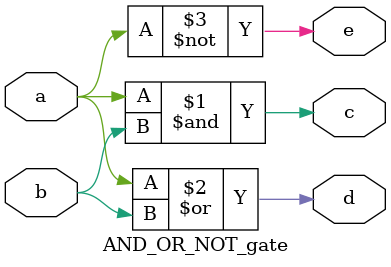
<source format=v>
`timescale 1ns / 1ps


module AND_OR_NOT_gate(
    input a,
    input b,
    output c,
    output d,
    output e
    );
assign c=a&b;
assign d=a|b;
assign e=~a;
endmodule

</source>
